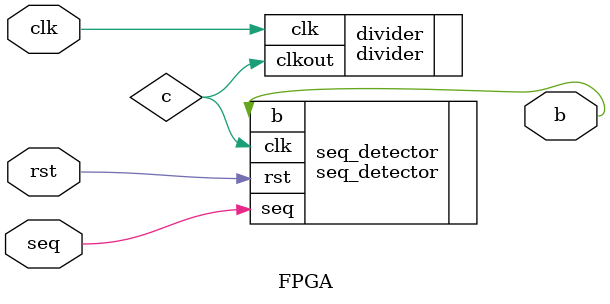
<source format=v>
`timescale 1ns / 1ps


module FPGA(seq,clk,rst,b);
    
    input seq,clk,rst;
    output b;
    
    wire c;
    
    seq_detector seq_detector(
        .seq(seq),
        .clk(c),
        .rst(rst),
        .b(b));
    
    divider divider(
        .clk(clk),
        .clkout(c));
    
endmodule

</source>
